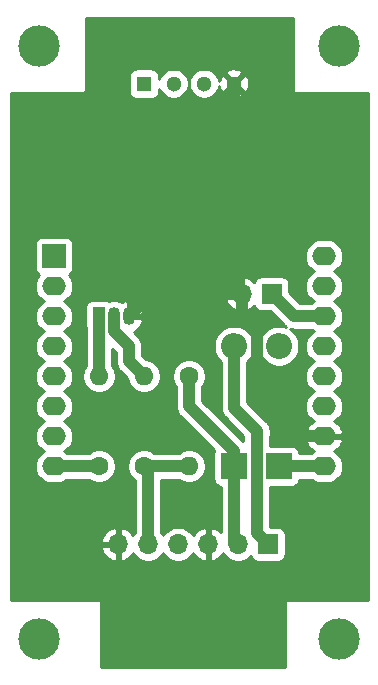
<source format=gbr>
%TF.GenerationSoftware,KiCad,Pcbnew,5.1.9-73d0e3b20d~88~ubuntu20.04.1*%
%TF.CreationDate,2021-02-01T09:35:04+01:00*%
%TF.ProjectId,WemosSlimmemeter,57656d6f-7353-46c6-996d-6d656d657465,V1.0.0.0*%
%TF.SameCoordinates,Original*%
%TF.FileFunction,Copper,L2,Bot*%
%TF.FilePolarity,Positive*%
%FSLAX46Y46*%
G04 Gerber Fmt 4.6, Leading zero omitted, Abs format (unit mm)*
G04 Created by KiCad (PCBNEW 5.1.9-73d0e3b20d~88~ubuntu20.04.1) date 2021-02-01 09:35:04*
%MOMM*%
%LPD*%
G01*
G04 APERTURE LIST*
%TA.AperFunction,ComponentPad*%
%ADD10C,3.500000*%
%TD*%
%TA.AperFunction,ComponentPad*%
%ADD11R,1.300000X1.300000*%
%TD*%
%TA.AperFunction,ComponentPad*%
%ADD12C,1.300000*%
%TD*%
%TA.AperFunction,ComponentPad*%
%ADD13O,1.600000X1.600000*%
%TD*%
%TA.AperFunction,ComponentPad*%
%ADD14C,1.600000*%
%TD*%
%TA.AperFunction,ComponentPad*%
%ADD15O,2.200000X2.200000*%
%TD*%
%TA.AperFunction,ComponentPad*%
%ADD16R,2.200000X2.200000*%
%TD*%
%TA.AperFunction,ComponentPad*%
%ADD17O,1.700000X1.700000*%
%TD*%
%TA.AperFunction,ComponentPad*%
%ADD18R,1.700000X1.700000*%
%TD*%
%TA.AperFunction,ComponentPad*%
%ADD19O,2.000000X1.600000*%
%TD*%
%TA.AperFunction,ComponentPad*%
%ADD20R,2.000000X2.000000*%
%TD*%
%TA.AperFunction,ComponentPad*%
%ADD21R,1.050000X1.500000*%
%TD*%
%TA.AperFunction,ComponentPad*%
%ADD22O,1.050000X1.500000*%
%TD*%
%TA.AperFunction,Conductor*%
%ADD23C,1.000000*%
%TD*%
%TA.AperFunction,Conductor*%
%ADD24C,0.500000*%
%TD*%
%TA.AperFunction,Conductor*%
%ADD25C,0.750000*%
%TD*%
%TA.AperFunction,Conductor*%
%ADD26C,0.254000*%
%TD*%
%TA.AperFunction,Conductor*%
%ADD27C,0.100000*%
%TD*%
G04 APERTURE END LIST*
D10*
%TO.P,REF\u002A\u002A,1*%
%TO.N,N/C*%
X74460500Y-101592500D03*
%TD*%
%TO.P,REF\u002A\u002A,1*%
%TO.N,N/C*%
X99860500Y-101592500D03*
%TD*%
%TO.P,REF\u002A\u002A,1*%
%TO.N,N/C*%
X99860500Y-51427500D03*
%TD*%
%TO.P,REF\u002A\u002A,1*%
%TO.N,N/C*%
X74460500Y-51427500D03*
%TD*%
D11*
%TO.P,J3,1*%
%TO.N,Net-(D1-Pad2)*%
X83350500Y-54602500D03*
D12*
%TO.P,J3,2*%
%TO.N,Net-(J3-Pad2)*%
X85850500Y-54602500D03*
%TO.P,J3,3*%
%TO.N,Net-(J3-Pad3)*%
X88430500Y-54602500D03*
%TO.P,J3,4*%
%TO.N,GND*%
X90970500Y-54602500D03*
%TD*%
D13*
%TO.P,R1,2*%
%TO.N,Net-(Q1-Pad1)*%
X79540500Y-79367500D03*
D14*
%TO.P,R1,1*%
%TO.N,Net-(R1-Pad1)*%
X79540500Y-86987500D03*
%TD*%
D15*
%TO.P,D2,2*%
%TO.N,Net-(D2-Pad2)*%
X90970500Y-76827500D03*
D16*
%TO.P,D2,1*%
%TO.N,+5V*%
X90970500Y-86987500D03*
%TD*%
D15*
%TO.P,D1,2*%
%TO.N,Net-(D1-Pad2)*%
X94780500Y-76827500D03*
D16*
%TO.P,D1,1*%
%TO.N,+5V*%
X94780500Y-86987500D03*
%TD*%
D17*
%TO.P,J2,2*%
%TO.N,GND*%
X91605500Y-72382500D03*
D18*
%TO.P,J2,1*%
%TO.N,Net-(J2-Pad1)*%
X94145500Y-72382500D03*
%TD*%
D19*
%TO.P,U1,16*%
%TO.N,Net-(U1-Pad16)*%
X98590500Y-69207500D03*
%TO.P,U1,15*%
%TO.N,Net-(Q1-Pad1)*%
X98590500Y-71747500D03*
%TO.P,U1,14*%
%TO.N,Net-(J2-Pad1)*%
X98590500Y-74287500D03*
%TO.P,U1,13*%
%TO.N,Net-(U1-Pad13)*%
X98590500Y-76827500D03*
%TO.P,U1,12*%
%TO.N,Net-(U1-Pad12)*%
X98590500Y-79367500D03*
%TO.P,U1,11*%
%TO.N,Net-(U1-Pad11)*%
X98590500Y-81907500D03*
%TO.P,U1,10*%
%TO.N,GND*%
X98590500Y-84447500D03*
%TO.P,U1,9*%
%TO.N,+5V*%
X98590500Y-86987500D03*
%TO.P,U1,8*%
%TO.N,Net-(R1-Pad1)*%
X75730500Y-86987500D03*
%TO.P,U1,7*%
%TO.N,Net-(U1-Pad7)*%
X75730500Y-84447500D03*
%TO.P,U1,6*%
%TO.N,Net-(U1-Pad6)*%
X75730500Y-81907500D03*
%TO.P,U1,5*%
%TO.N,Net-(U1-Pad5)*%
X75730500Y-79367500D03*
%TO.P,U1,4*%
%TO.N,Net-(U1-Pad4)*%
X75730500Y-76827500D03*
%TO.P,U1,3*%
%TO.N,Net-(U1-Pad3)*%
X75730500Y-74287500D03*
D20*
%TO.P,U1,1*%
%TO.N,Net-(U1-Pad1)*%
X75730500Y-69207500D03*
D19*
%TO.P,U1,2*%
%TO.N,Net-(U1-Pad2)*%
X75730500Y-71747500D03*
%TD*%
D13*
%TO.P,R3,2*%
%TO.N,Net-(J1-Pad5)*%
X87160500Y-86987500D03*
D14*
%TO.P,R3,1*%
%TO.N,+5V*%
X87160500Y-79367500D03*
%TD*%
D13*
%TO.P,R2,2*%
%TO.N,Net-(Q1-Pad2)*%
X83350500Y-79367500D03*
D14*
%TO.P,R2,1*%
%TO.N,Net-(J1-Pad5)*%
X83350500Y-86987500D03*
%TD*%
D21*
%TO.P,Q1,1*%
%TO.N,Net-(Q1-Pad1)*%
X79540500Y-74287500D03*
D22*
%TO.P,Q1,3*%
%TO.N,GND*%
X82080500Y-74287500D03*
%TO.P,Q1,2*%
%TO.N,Net-(Q1-Pad2)*%
X80810500Y-74287500D03*
%TD*%
D17*
%TO.P,J1,6*%
%TO.N,GND*%
X81153000Y-93599000D03*
%TO.P,J1,5*%
%TO.N,Net-(J1-Pad5)*%
X83693000Y-93599000D03*
%TO.P,J1,4*%
%TO.N,Net-(J1-Pad4)*%
X86233000Y-93599000D03*
%TO.P,J1,3*%
%TO.N,GND*%
X88773000Y-93599000D03*
%TO.P,J1,2*%
%TO.N,+5V*%
X91313000Y-93599000D03*
D18*
%TO.P,J1,1*%
%TO.N,Net-(D2-Pad2)*%
X93853000Y-93599000D03*
%TD*%
D23*
%TO.N,GND*%
X90970500Y-71747500D02*
X91605500Y-72382500D01*
X90970500Y-54602500D02*
X90970500Y-71747500D01*
X83985500Y-72382500D02*
X82080500Y-74287500D01*
X91605500Y-72382500D02*
X83985500Y-72382500D01*
X92748500Y-80510500D02*
X96685500Y-84447500D01*
X92888200Y-80370800D02*
X92748500Y-80510500D01*
X92888200Y-75481300D02*
X92888200Y-80370800D01*
X91605500Y-74198600D02*
X92888200Y-75481300D01*
X96685500Y-84447500D02*
X98590500Y-84447500D01*
X91605500Y-72382500D02*
X91605500Y-74198600D01*
%TO.N,+5V*%
X98590500Y-86987500D02*
X94780500Y-86987500D01*
X90970500Y-86987500D02*
X90970500Y-85717500D01*
X87160500Y-81907500D02*
X87160500Y-79367500D01*
X90970500Y-85717500D02*
X87160500Y-81907500D01*
X90970500Y-93256500D02*
X90970500Y-86987500D01*
X91313000Y-93599000D02*
X90970500Y-93256500D01*
%TO.N,Net-(Q1-Pad1)*%
X98583000Y-71755000D02*
X98590500Y-71747500D01*
X79540500Y-79367500D02*
X79540500Y-74287500D01*
%TO.N,Net-(Q1-Pad2)*%
X80810500Y-75557500D02*
X80810500Y-74287500D01*
X82080500Y-76827500D02*
X80810500Y-75557500D01*
X82080500Y-78097500D02*
X82080500Y-76827500D01*
X83350500Y-79367500D02*
X82080500Y-78097500D01*
%TO.N,Net-(R1-Pad1)*%
X75730500Y-86987500D02*
X79540500Y-86987500D01*
D24*
%TO.N,Net-(J1-Pad5)*%
X83693000Y-87330000D02*
X83350500Y-86987500D01*
D23*
X83693000Y-93599000D02*
X83693000Y-87330000D01*
X87160500Y-86987500D02*
X83350500Y-86987500D01*
%TO.N,Net-(J2-Pad1)*%
X96050500Y-74287500D02*
X98590500Y-74287500D01*
X94145500Y-72382500D02*
X96050500Y-74287500D01*
%TO.N,Net-(D2-Pad2)*%
X93002500Y-92748500D02*
X93853000Y-93599000D01*
D25*
X92939000Y-92685000D02*
X93002500Y-92748500D01*
D23*
X92888200Y-92634200D02*
X92939000Y-92685000D01*
X92888200Y-84307800D02*
X92888200Y-92634200D01*
X92939000Y-84257000D02*
X92888200Y-84307800D01*
X92939000Y-84257000D02*
X92939000Y-83990300D01*
X90970500Y-82021800D02*
X90970500Y-76827500D01*
X92939000Y-83990300D02*
X90970500Y-82021800D01*
%TD*%
D26*
%TO.N,GND*%
X95923500Y-55237500D02*
X95925940Y-55262276D01*
X95933167Y-55286101D01*
X95944903Y-55308057D01*
X95960697Y-55327303D01*
X95979943Y-55343097D01*
X96001899Y-55354833D01*
X96025724Y-55362060D01*
X96050500Y-55364500D01*
X102273500Y-55364500D01*
X102273500Y-98290500D01*
X95415500Y-98290500D01*
X95390724Y-98292940D01*
X95366899Y-98300167D01*
X95344943Y-98311903D01*
X95325697Y-98327697D01*
X95309903Y-98346943D01*
X95298167Y-98368899D01*
X95290940Y-98392724D01*
X95288500Y-98417500D01*
X95288500Y-104005500D01*
X79667500Y-104005500D01*
X79667500Y-98417500D01*
X79665060Y-98392724D01*
X79657833Y-98368899D01*
X79646097Y-98346943D01*
X79630303Y-98327697D01*
X79611057Y-98311903D01*
X79589101Y-98300167D01*
X79565276Y-98292940D01*
X79540500Y-98290500D01*
X72047500Y-98290500D01*
X72047500Y-93955891D01*
X79711519Y-93955891D01*
X79808843Y-94230252D01*
X79957822Y-94480355D01*
X80152731Y-94696588D01*
X80386080Y-94870641D01*
X80648901Y-94995825D01*
X80796110Y-95040476D01*
X81026000Y-94919155D01*
X81026000Y-93726000D01*
X79832186Y-93726000D01*
X79711519Y-93955891D01*
X72047500Y-93955891D01*
X72047500Y-93242109D01*
X79711519Y-93242109D01*
X79832186Y-93472000D01*
X81026000Y-93472000D01*
X81026000Y-92278845D01*
X81280000Y-92278845D01*
X81280000Y-93472000D01*
X81300000Y-93472000D01*
X81300000Y-93726000D01*
X81280000Y-93726000D01*
X81280000Y-94919155D01*
X81509890Y-95040476D01*
X81657099Y-94995825D01*
X81919920Y-94870641D01*
X82153269Y-94696588D01*
X82348178Y-94480355D01*
X82417805Y-94363466D01*
X82539525Y-94545632D01*
X82746368Y-94752475D01*
X82989589Y-94914990D01*
X83259842Y-95026932D01*
X83546740Y-95084000D01*
X83839260Y-95084000D01*
X84126158Y-95026932D01*
X84396411Y-94914990D01*
X84639632Y-94752475D01*
X84846475Y-94545632D01*
X84963000Y-94371240D01*
X85079525Y-94545632D01*
X85286368Y-94752475D01*
X85529589Y-94914990D01*
X85799842Y-95026932D01*
X86086740Y-95084000D01*
X86379260Y-95084000D01*
X86666158Y-95026932D01*
X86936411Y-94914990D01*
X87179632Y-94752475D01*
X87386475Y-94545632D01*
X87508195Y-94363466D01*
X87577822Y-94480355D01*
X87772731Y-94696588D01*
X88006080Y-94870641D01*
X88268901Y-94995825D01*
X88416110Y-95040476D01*
X88646000Y-94919155D01*
X88646000Y-93726000D01*
X88626000Y-93726000D01*
X88626000Y-93472000D01*
X88646000Y-93472000D01*
X88646000Y-92278845D01*
X88416110Y-92157524D01*
X88268901Y-92202175D01*
X88006080Y-92327359D01*
X87772731Y-92501412D01*
X87577822Y-92717645D01*
X87508195Y-92834534D01*
X87386475Y-92652368D01*
X87179632Y-92445525D01*
X86936411Y-92283010D01*
X86666158Y-92171068D01*
X86379260Y-92114000D01*
X86086740Y-92114000D01*
X85799842Y-92171068D01*
X85529589Y-92283010D01*
X85286368Y-92445525D01*
X85079525Y-92652368D01*
X84963000Y-92826760D01*
X84846475Y-92652368D01*
X84828000Y-92633893D01*
X84828000Y-88122500D01*
X86276216Y-88122500D01*
X86480773Y-88259180D01*
X86741926Y-88367353D01*
X87019165Y-88422500D01*
X87301835Y-88422500D01*
X87579074Y-88367353D01*
X87840227Y-88259180D01*
X88075259Y-88102137D01*
X88275137Y-87902259D01*
X88432180Y-87667227D01*
X88540353Y-87406074D01*
X88595500Y-87128835D01*
X88595500Y-86846165D01*
X88540353Y-86568926D01*
X88432180Y-86307773D01*
X88275137Y-86072741D01*
X88075259Y-85872863D01*
X87840227Y-85715820D01*
X87579074Y-85607647D01*
X87301835Y-85552500D01*
X87019165Y-85552500D01*
X86741926Y-85607647D01*
X86480773Y-85715820D01*
X86276216Y-85852500D01*
X84234784Y-85852500D01*
X84030227Y-85715820D01*
X83769074Y-85607647D01*
X83491835Y-85552500D01*
X83209165Y-85552500D01*
X82931926Y-85607647D01*
X82670773Y-85715820D01*
X82435741Y-85872863D01*
X82235863Y-86072741D01*
X82078820Y-86307773D01*
X81970647Y-86568926D01*
X81915500Y-86846165D01*
X81915500Y-87128835D01*
X81970647Y-87406074D01*
X82078820Y-87667227D01*
X82235863Y-87902259D01*
X82435741Y-88102137D01*
X82558001Y-88183828D01*
X82558000Y-92633893D01*
X82539525Y-92652368D01*
X82417805Y-92834534D01*
X82348178Y-92717645D01*
X82153269Y-92501412D01*
X81919920Y-92327359D01*
X81657099Y-92202175D01*
X81509890Y-92157524D01*
X81280000Y-92278845D01*
X81026000Y-92278845D01*
X80796110Y-92157524D01*
X80648901Y-92202175D01*
X80386080Y-92327359D01*
X80152731Y-92501412D01*
X79957822Y-92717645D01*
X79808843Y-92967748D01*
X79711519Y-93242109D01*
X72047500Y-93242109D01*
X72047500Y-71747500D01*
X74088557Y-71747500D01*
X74116264Y-72028809D01*
X74198318Y-72299308D01*
X74331568Y-72548601D01*
X74510892Y-72767108D01*
X74729399Y-72946432D01*
X74862358Y-73017500D01*
X74729399Y-73088568D01*
X74510892Y-73267892D01*
X74331568Y-73486399D01*
X74198318Y-73735692D01*
X74116264Y-74006191D01*
X74088557Y-74287500D01*
X74116264Y-74568809D01*
X74198318Y-74839308D01*
X74331568Y-75088601D01*
X74510892Y-75307108D01*
X74729399Y-75486432D01*
X74862358Y-75557500D01*
X74729399Y-75628568D01*
X74510892Y-75807892D01*
X74331568Y-76026399D01*
X74198318Y-76275692D01*
X74116264Y-76546191D01*
X74088557Y-76827500D01*
X74116264Y-77108809D01*
X74198318Y-77379308D01*
X74331568Y-77628601D01*
X74510892Y-77847108D01*
X74729399Y-78026432D01*
X74862358Y-78097500D01*
X74729399Y-78168568D01*
X74510892Y-78347892D01*
X74331568Y-78566399D01*
X74198318Y-78815692D01*
X74116264Y-79086191D01*
X74088557Y-79367500D01*
X74116264Y-79648809D01*
X74198318Y-79919308D01*
X74331568Y-80168601D01*
X74510892Y-80387108D01*
X74729399Y-80566432D01*
X74862358Y-80637500D01*
X74729399Y-80708568D01*
X74510892Y-80887892D01*
X74331568Y-81106399D01*
X74198318Y-81355692D01*
X74116264Y-81626191D01*
X74088557Y-81907500D01*
X74116264Y-82188809D01*
X74198318Y-82459308D01*
X74331568Y-82708601D01*
X74510892Y-82927108D01*
X74729399Y-83106432D01*
X74862358Y-83177500D01*
X74729399Y-83248568D01*
X74510892Y-83427892D01*
X74331568Y-83646399D01*
X74198318Y-83895692D01*
X74116264Y-84166191D01*
X74088557Y-84447500D01*
X74116264Y-84728809D01*
X74198318Y-84999308D01*
X74331568Y-85248601D01*
X74510892Y-85467108D01*
X74729399Y-85646432D01*
X74862358Y-85717500D01*
X74729399Y-85788568D01*
X74510892Y-85967892D01*
X74331568Y-86186399D01*
X74198318Y-86435692D01*
X74116264Y-86706191D01*
X74088557Y-86987500D01*
X74116264Y-87268809D01*
X74198318Y-87539308D01*
X74331568Y-87788601D01*
X74510892Y-88007108D01*
X74729399Y-88186432D01*
X74978692Y-88319682D01*
X75249191Y-88401736D01*
X75460008Y-88422500D01*
X76000992Y-88422500D01*
X76211809Y-88401736D01*
X76482308Y-88319682D01*
X76731601Y-88186432D01*
X76809502Y-88122500D01*
X78656216Y-88122500D01*
X78860773Y-88259180D01*
X79121926Y-88367353D01*
X79399165Y-88422500D01*
X79681835Y-88422500D01*
X79959074Y-88367353D01*
X80220227Y-88259180D01*
X80455259Y-88102137D01*
X80655137Y-87902259D01*
X80812180Y-87667227D01*
X80920353Y-87406074D01*
X80975500Y-87128835D01*
X80975500Y-86846165D01*
X80920353Y-86568926D01*
X80812180Y-86307773D01*
X80655137Y-86072741D01*
X80455259Y-85872863D01*
X80220227Y-85715820D01*
X79959074Y-85607647D01*
X79681835Y-85552500D01*
X79399165Y-85552500D01*
X79121926Y-85607647D01*
X78860773Y-85715820D01*
X78656216Y-85852500D01*
X76809502Y-85852500D01*
X76731601Y-85788568D01*
X76598642Y-85717500D01*
X76731601Y-85646432D01*
X76950108Y-85467108D01*
X77129432Y-85248601D01*
X77262682Y-84999308D01*
X77344736Y-84728809D01*
X77372443Y-84447500D01*
X77344736Y-84166191D01*
X77262682Y-83895692D01*
X77129432Y-83646399D01*
X76950108Y-83427892D01*
X76731601Y-83248568D01*
X76598642Y-83177500D01*
X76731601Y-83106432D01*
X76950108Y-82927108D01*
X77129432Y-82708601D01*
X77262682Y-82459308D01*
X77344736Y-82188809D01*
X77372443Y-81907500D01*
X77344736Y-81626191D01*
X77262682Y-81355692D01*
X77129432Y-81106399D01*
X76950108Y-80887892D01*
X76731601Y-80708568D01*
X76598642Y-80637500D01*
X76731601Y-80566432D01*
X76950108Y-80387108D01*
X77129432Y-80168601D01*
X77262682Y-79919308D01*
X77344736Y-79648809D01*
X77372443Y-79367500D01*
X77358523Y-79226165D01*
X78105500Y-79226165D01*
X78105500Y-79508835D01*
X78160647Y-79786074D01*
X78268820Y-80047227D01*
X78425863Y-80282259D01*
X78625741Y-80482137D01*
X78860773Y-80639180D01*
X79121926Y-80747353D01*
X79399165Y-80802500D01*
X79681835Y-80802500D01*
X79959074Y-80747353D01*
X80220227Y-80639180D01*
X80455259Y-80482137D01*
X80655137Y-80282259D01*
X80812180Y-80047227D01*
X80920353Y-79786074D01*
X80975500Y-79508835D01*
X80975500Y-79226165D01*
X80920353Y-78948926D01*
X80812180Y-78687773D01*
X80675500Y-78483216D01*
X80675500Y-77027632D01*
X80945500Y-77297632D01*
X80945500Y-78041749D01*
X80940009Y-78097500D01*
X80945500Y-78153251D01*
X80961923Y-78319998D01*
X81026824Y-78533946D01*
X81132216Y-78731123D01*
X81274051Y-78903949D01*
X81317365Y-78939496D01*
X81922650Y-79544782D01*
X81970647Y-79786074D01*
X82078820Y-80047227D01*
X82235863Y-80282259D01*
X82435741Y-80482137D01*
X82670773Y-80639180D01*
X82931926Y-80747353D01*
X83209165Y-80802500D01*
X83491835Y-80802500D01*
X83769074Y-80747353D01*
X84030227Y-80639180D01*
X84265259Y-80482137D01*
X84465137Y-80282259D01*
X84622180Y-80047227D01*
X84730353Y-79786074D01*
X84785500Y-79508835D01*
X84785500Y-79226165D01*
X85725500Y-79226165D01*
X85725500Y-79508835D01*
X85780647Y-79786074D01*
X85888820Y-80047227D01*
X86025501Y-80251785D01*
X86025500Y-81851748D01*
X86020009Y-81907500D01*
X86036757Y-82077551D01*
X86041923Y-82129998D01*
X86106824Y-82343946D01*
X86212216Y-82541123D01*
X86354051Y-82713949D01*
X86397365Y-82749496D01*
X89284547Y-85636680D01*
X89280998Y-85643320D01*
X89244688Y-85763018D01*
X89232428Y-85887500D01*
X89232428Y-88087500D01*
X89244688Y-88211982D01*
X89280998Y-88331680D01*
X89339963Y-88441994D01*
X89419315Y-88538685D01*
X89516006Y-88618037D01*
X89626320Y-88677002D01*
X89746018Y-88713312D01*
X89835501Y-88722125D01*
X89835500Y-92570452D01*
X89773269Y-92501412D01*
X89539920Y-92327359D01*
X89277099Y-92202175D01*
X89129890Y-92157524D01*
X88900000Y-92278845D01*
X88900000Y-93472000D01*
X88920000Y-93472000D01*
X88920000Y-93726000D01*
X88900000Y-93726000D01*
X88900000Y-94919155D01*
X89129890Y-95040476D01*
X89277099Y-94995825D01*
X89539920Y-94870641D01*
X89773269Y-94696588D01*
X89968178Y-94480355D01*
X90037805Y-94363466D01*
X90159525Y-94545632D01*
X90366368Y-94752475D01*
X90609589Y-94914990D01*
X90879842Y-95026932D01*
X91166740Y-95084000D01*
X91459260Y-95084000D01*
X91746158Y-95026932D01*
X92016411Y-94914990D01*
X92259632Y-94752475D01*
X92391487Y-94620620D01*
X92413498Y-94693180D01*
X92472463Y-94803494D01*
X92551815Y-94900185D01*
X92648506Y-94979537D01*
X92758820Y-95038502D01*
X92878518Y-95074812D01*
X93003000Y-95087072D01*
X94703000Y-95087072D01*
X94827482Y-95074812D01*
X94947180Y-95038502D01*
X95057494Y-94979537D01*
X95154185Y-94900185D01*
X95233537Y-94803494D01*
X95292502Y-94693180D01*
X95328812Y-94573482D01*
X95341072Y-94449000D01*
X95341072Y-92749000D01*
X95328812Y-92624518D01*
X95292502Y-92504820D01*
X95233537Y-92394506D01*
X95154185Y-92297815D01*
X95057494Y-92218463D01*
X94947180Y-92159498D01*
X94827482Y-92123188D01*
X94703000Y-92110928D01*
X94023200Y-92110928D01*
X94023200Y-88725572D01*
X95880500Y-88725572D01*
X96004982Y-88713312D01*
X96124680Y-88677002D01*
X96234994Y-88618037D01*
X96331685Y-88538685D01*
X96411037Y-88441994D01*
X96470002Y-88331680D01*
X96506312Y-88211982D01*
X96515125Y-88122500D01*
X97511498Y-88122500D01*
X97589399Y-88186432D01*
X97838692Y-88319682D01*
X98109191Y-88401736D01*
X98320008Y-88422500D01*
X98860992Y-88422500D01*
X99071809Y-88401736D01*
X99342308Y-88319682D01*
X99591601Y-88186432D01*
X99810108Y-88007108D01*
X99989432Y-87788601D01*
X100122682Y-87539308D01*
X100204736Y-87268809D01*
X100232443Y-86987500D01*
X100204736Y-86706191D01*
X100122682Y-86435692D01*
X99989432Y-86186399D01*
X99810108Y-85967892D01*
X99591601Y-85788568D01*
X99462155Y-85719378D01*
X99479727Y-85711930D01*
X99713162Y-85553173D01*
X99911139Y-85351925D01*
X100066051Y-85115921D01*
X100171944Y-84854230D01*
X100182404Y-84796539D01*
X100060415Y-84574500D01*
X98717500Y-84574500D01*
X98717500Y-84594500D01*
X98463500Y-84594500D01*
X98463500Y-84574500D01*
X97120585Y-84574500D01*
X96998596Y-84796539D01*
X97009056Y-84854230D01*
X97114949Y-85115921D01*
X97269861Y-85351925D01*
X97467838Y-85553173D01*
X97701273Y-85711930D01*
X97718845Y-85719378D01*
X97589399Y-85788568D01*
X97511498Y-85852500D01*
X96515125Y-85852500D01*
X96506312Y-85763018D01*
X96470002Y-85643320D01*
X96411037Y-85533006D01*
X96331685Y-85436315D01*
X96234994Y-85356963D01*
X96124680Y-85297998D01*
X96004982Y-85261688D01*
X95880500Y-85249428D01*
X94023200Y-85249428D01*
X94023200Y-84592824D01*
X94057577Y-84479499D01*
X94074000Y-84312752D01*
X94074000Y-84312751D01*
X94079491Y-84257001D01*
X94074000Y-84201249D01*
X94074000Y-84046041D01*
X94079490Y-83990299D01*
X94074000Y-83934557D01*
X94074000Y-83934549D01*
X94057577Y-83767802D01*
X93992676Y-83553854D01*
X93887284Y-83356677D01*
X93745449Y-83183851D01*
X93702141Y-83148309D01*
X92105500Y-81551669D01*
X92105500Y-78146161D01*
X92318163Y-77933498D01*
X92508037Y-77649331D01*
X92638825Y-77333581D01*
X92705500Y-76998383D01*
X92705500Y-76656617D01*
X92638825Y-76321419D01*
X92508037Y-76005669D01*
X92318163Y-75721502D01*
X92076498Y-75479837D01*
X91792331Y-75289963D01*
X91476581Y-75159175D01*
X91141383Y-75092500D01*
X90799617Y-75092500D01*
X90464419Y-75159175D01*
X90148669Y-75289963D01*
X89864502Y-75479837D01*
X89622837Y-75721502D01*
X89432963Y-76005669D01*
X89302175Y-76321419D01*
X89235500Y-76656617D01*
X89235500Y-76998383D01*
X89302175Y-77333581D01*
X89432963Y-77649331D01*
X89622837Y-77933498D01*
X89835501Y-78146162D01*
X89835500Y-81966048D01*
X89830009Y-82021800D01*
X89835500Y-82077551D01*
X89851923Y-82244298D01*
X89916824Y-82458246D01*
X90022216Y-82655423D01*
X90164051Y-82828249D01*
X90207365Y-82863796D01*
X91753200Y-84409632D01*
X91753200Y-84891561D01*
X91733646Y-84875513D01*
X88295500Y-81437369D01*
X88295500Y-80251784D01*
X88432180Y-80047227D01*
X88540353Y-79786074D01*
X88595500Y-79508835D01*
X88595500Y-79226165D01*
X88540353Y-78948926D01*
X88432180Y-78687773D01*
X88275137Y-78452741D01*
X88075259Y-78252863D01*
X87840227Y-78095820D01*
X87579074Y-77987647D01*
X87301835Y-77932500D01*
X87019165Y-77932500D01*
X86741926Y-77987647D01*
X86480773Y-78095820D01*
X86245741Y-78252863D01*
X86045863Y-78452741D01*
X85888820Y-78687773D01*
X85780647Y-78948926D01*
X85725500Y-79226165D01*
X84785500Y-79226165D01*
X84730353Y-78948926D01*
X84622180Y-78687773D01*
X84465137Y-78452741D01*
X84265259Y-78252863D01*
X84030227Y-78095820D01*
X83769074Y-77987647D01*
X83527782Y-77939650D01*
X83215500Y-77627369D01*
X83215500Y-76883243D01*
X83220990Y-76827499D01*
X83215500Y-76771755D01*
X83215500Y-76771748D01*
X83199077Y-76605001D01*
X83134176Y-76391053D01*
X83028784Y-76193877D01*
X82886949Y-76021051D01*
X82843640Y-75985508D01*
X82470739Y-75612608D01*
X82657382Y-75529775D01*
X82844758Y-75397684D01*
X83002764Y-75231576D01*
X83125328Y-75037834D01*
X83207739Y-74823904D01*
X83246831Y-74598007D01*
X83087098Y-74414500D01*
X82207500Y-74414500D01*
X82207500Y-74434500D01*
X81970500Y-74434500D01*
X81970500Y-74005521D01*
X81953715Y-73835100D01*
X81953500Y-73834391D01*
X81953500Y-73069337D01*
X82207500Y-73069337D01*
X82207500Y-74160500D01*
X83087098Y-74160500D01*
X83246831Y-73976993D01*
X83207739Y-73751096D01*
X83125328Y-73537166D01*
X83002764Y-73343424D01*
X82844758Y-73177316D01*
X82657382Y-73045225D01*
X82447837Y-72952228D01*
X82386310Y-72943536D01*
X82207500Y-73069337D01*
X81953500Y-73069337D01*
X81774690Y-72943536D01*
X81713163Y-72952228D01*
X81503618Y-73045225D01*
X81445169Y-73086429D01*
X81256559Y-72985615D01*
X81037899Y-72919285D01*
X80810500Y-72896888D01*
X80583100Y-72919285D01*
X80374402Y-72982593D01*
X80309680Y-72947998D01*
X80189982Y-72911688D01*
X80065500Y-72899428D01*
X79015500Y-72899428D01*
X78891018Y-72911688D01*
X78771320Y-72947998D01*
X78661006Y-73006963D01*
X78564315Y-73086315D01*
X78484963Y-73183006D01*
X78425998Y-73293320D01*
X78389688Y-73413018D01*
X78377428Y-73537500D01*
X78377428Y-75037500D01*
X78389688Y-75161982D01*
X78405501Y-75214110D01*
X78405500Y-78483216D01*
X78268820Y-78687773D01*
X78160647Y-78948926D01*
X78105500Y-79226165D01*
X77358523Y-79226165D01*
X77344736Y-79086191D01*
X77262682Y-78815692D01*
X77129432Y-78566399D01*
X76950108Y-78347892D01*
X76731601Y-78168568D01*
X76598642Y-78097500D01*
X76731601Y-78026432D01*
X76950108Y-77847108D01*
X77129432Y-77628601D01*
X77262682Y-77379308D01*
X77344736Y-77108809D01*
X77372443Y-76827500D01*
X77344736Y-76546191D01*
X77262682Y-76275692D01*
X77129432Y-76026399D01*
X76950108Y-75807892D01*
X76731601Y-75628568D01*
X76598642Y-75557500D01*
X76731601Y-75486432D01*
X76950108Y-75307108D01*
X77129432Y-75088601D01*
X77262682Y-74839308D01*
X77344736Y-74568809D01*
X77372443Y-74287500D01*
X77344736Y-74006191D01*
X77262682Y-73735692D01*
X77129432Y-73486399D01*
X76950108Y-73267892D01*
X76731601Y-73088568D01*
X76598642Y-73017500D01*
X76731601Y-72946432D01*
X76950108Y-72767108D01*
X76972854Y-72739391D01*
X90164019Y-72739391D01*
X90261343Y-73013752D01*
X90410322Y-73263855D01*
X90605231Y-73480088D01*
X90838580Y-73654141D01*
X91101401Y-73779325D01*
X91248610Y-73823976D01*
X91478500Y-73702655D01*
X91478500Y-72509500D01*
X90284686Y-72509500D01*
X90164019Y-72739391D01*
X76972854Y-72739391D01*
X77129432Y-72548601D01*
X77262682Y-72299308D01*
X77344736Y-72028809D01*
X77345051Y-72025609D01*
X90164019Y-72025609D01*
X90284686Y-72255500D01*
X91478500Y-72255500D01*
X91478500Y-71062345D01*
X91732500Y-71062345D01*
X91732500Y-72255500D01*
X91752500Y-72255500D01*
X91752500Y-72509500D01*
X91732500Y-72509500D01*
X91732500Y-73702655D01*
X91962390Y-73823976D01*
X92109599Y-73779325D01*
X92372420Y-73654141D01*
X92605769Y-73480088D01*
X92681534Y-73396034D01*
X92705998Y-73476680D01*
X92764963Y-73586994D01*
X92844315Y-73683685D01*
X92941006Y-73763037D01*
X93051320Y-73822002D01*
X93171018Y-73858312D01*
X93295500Y-73870572D01*
X94028441Y-73870572D01*
X95208509Y-75050641D01*
X95244051Y-75093949D01*
X95361181Y-75190075D01*
X95286581Y-75159175D01*
X94951383Y-75092500D01*
X94609617Y-75092500D01*
X94274419Y-75159175D01*
X93958669Y-75289963D01*
X93674502Y-75479837D01*
X93432837Y-75721502D01*
X93242963Y-76005669D01*
X93112175Y-76321419D01*
X93045500Y-76656617D01*
X93045500Y-76998383D01*
X93112175Y-77333581D01*
X93242963Y-77649331D01*
X93432837Y-77933498D01*
X93674502Y-78175163D01*
X93958669Y-78365037D01*
X94274419Y-78495825D01*
X94609617Y-78562500D01*
X94951383Y-78562500D01*
X95286581Y-78495825D01*
X95602331Y-78365037D01*
X95886498Y-78175163D01*
X96128163Y-77933498D01*
X96318037Y-77649331D01*
X96448825Y-77333581D01*
X96515500Y-76998383D01*
X96515500Y-76656617D01*
X96448825Y-76321419D01*
X96318037Y-76005669D01*
X96128163Y-75721502D01*
X95886498Y-75479837D01*
X95732960Y-75377246D01*
X95828001Y-75406077D01*
X95900973Y-75413264D01*
X96050500Y-75427991D01*
X96106252Y-75422500D01*
X97511498Y-75422500D01*
X97589399Y-75486432D01*
X97722358Y-75557500D01*
X97589399Y-75628568D01*
X97370892Y-75807892D01*
X97191568Y-76026399D01*
X97058318Y-76275692D01*
X96976264Y-76546191D01*
X96948557Y-76827500D01*
X96976264Y-77108809D01*
X97058318Y-77379308D01*
X97191568Y-77628601D01*
X97370892Y-77847108D01*
X97589399Y-78026432D01*
X97722358Y-78097500D01*
X97589399Y-78168568D01*
X97370892Y-78347892D01*
X97191568Y-78566399D01*
X97058318Y-78815692D01*
X96976264Y-79086191D01*
X96948557Y-79367500D01*
X96976264Y-79648809D01*
X97058318Y-79919308D01*
X97191568Y-80168601D01*
X97370892Y-80387108D01*
X97589399Y-80566432D01*
X97722358Y-80637500D01*
X97589399Y-80708568D01*
X97370892Y-80887892D01*
X97191568Y-81106399D01*
X97058318Y-81355692D01*
X96976264Y-81626191D01*
X96948557Y-81907500D01*
X96976264Y-82188809D01*
X97058318Y-82459308D01*
X97191568Y-82708601D01*
X97370892Y-82927108D01*
X97589399Y-83106432D01*
X97718845Y-83175622D01*
X97701273Y-83183070D01*
X97467838Y-83341827D01*
X97269861Y-83543075D01*
X97114949Y-83779079D01*
X97009056Y-84040770D01*
X96998596Y-84098461D01*
X97120585Y-84320500D01*
X98463500Y-84320500D01*
X98463500Y-84300500D01*
X98717500Y-84300500D01*
X98717500Y-84320500D01*
X100060415Y-84320500D01*
X100182404Y-84098461D01*
X100171944Y-84040770D01*
X100066051Y-83779079D01*
X99911139Y-83543075D01*
X99713162Y-83341827D01*
X99479727Y-83183070D01*
X99462155Y-83175622D01*
X99591601Y-83106432D01*
X99810108Y-82927108D01*
X99989432Y-82708601D01*
X100122682Y-82459308D01*
X100204736Y-82188809D01*
X100232443Y-81907500D01*
X100204736Y-81626191D01*
X100122682Y-81355692D01*
X99989432Y-81106399D01*
X99810108Y-80887892D01*
X99591601Y-80708568D01*
X99458642Y-80637500D01*
X99591601Y-80566432D01*
X99810108Y-80387108D01*
X99989432Y-80168601D01*
X100122682Y-79919308D01*
X100204736Y-79648809D01*
X100232443Y-79367500D01*
X100204736Y-79086191D01*
X100122682Y-78815692D01*
X99989432Y-78566399D01*
X99810108Y-78347892D01*
X99591601Y-78168568D01*
X99458642Y-78097500D01*
X99591601Y-78026432D01*
X99810108Y-77847108D01*
X99989432Y-77628601D01*
X100122682Y-77379308D01*
X100204736Y-77108809D01*
X100232443Y-76827500D01*
X100204736Y-76546191D01*
X100122682Y-76275692D01*
X99989432Y-76026399D01*
X99810108Y-75807892D01*
X99591601Y-75628568D01*
X99458642Y-75557500D01*
X99591601Y-75486432D01*
X99810108Y-75307108D01*
X99989432Y-75088601D01*
X100122682Y-74839308D01*
X100204736Y-74568809D01*
X100232443Y-74287500D01*
X100204736Y-74006191D01*
X100122682Y-73735692D01*
X99989432Y-73486399D01*
X99810108Y-73267892D01*
X99591601Y-73088568D01*
X99458642Y-73017500D01*
X99591601Y-72946432D01*
X99810108Y-72767108D01*
X99989432Y-72548601D01*
X100122682Y-72299308D01*
X100204736Y-72028809D01*
X100232443Y-71747500D01*
X100204736Y-71466191D01*
X100122682Y-71195692D01*
X99989432Y-70946399D01*
X99810108Y-70727892D01*
X99591601Y-70548568D01*
X99458642Y-70477500D01*
X99591601Y-70406432D01*
X99810108Y-70227108D01*
X99989432Y-70008601D01*
X100122682Y-69759308D01*
X100204736Y-69488809D01*
X100232443Y-69207500D01*
X100204736Y-68926191D01*
X100122682Y-68655692D01*
X99989432Y-68406399D01*
X99810108Y-68187892D01*
X99591601Y-68008568D01*
X99342308Y-67875318D01*
X99071809Y-67793264D01*
X98860992Y-67772500D01*
X98320008Y-67772500D01*
X98109191Y-67793264D01*
X97838692Y-67875318D01*
X97589399Y-68008568D01*
X97370892Y-68187892D01*
X97191568Y-68406399D01*
X97058318Y-68655692D01*
X96976264Y-68926191D01*
X96948557Y-69207500D01*
X96976264Y-69488809D01*
X97058318Y-69759308D01*
X97191568Y-70008601D01*
X97370892Y-70227108D01*
X97589399Y-70406432D01*
X97722358Y-70477500D01*
X97589399Y-70548568D01*
X97370892Y-70727892D01*
X97191568Y-70946399D01*
X97058318Y-71195692D01*
X96976264Y-71466191D01*
X96948557Y-71747500D01*
X96976264Y-72028809D01*
X97058318Y-72299308D01*
X97191568Y-72548601D01*
X97370892Y-72767108D01*
X97589399Y-72946432D01*
X97722358Y-73017500D01*
X97589399Y-73088568D01*
X97511498Y-73152500D01*
X96520632Y-73152500D01*
X95633572Y-72265441D01*
X95633572Y-71532500D01*
X95621312Y-71408018D01*
X95585002Y-71288320D01*
X95526037Y-71178006D01*
X95446685Y-71081315D01*
X95349994Y-71001963D01*
X95239680Y-70942998D01*
X95119982Y-70906688D01*
X94995500Y-70894428D01*
X93295500Y-70894428D01*
X93171018Y-70906688D01*
X93051320Y-70942998D01*
X92941006Y-71001963D01*
X92844315Y-71081315D01*
X92764963Y-71178006D01*
X92705998Y-71288320D01*
X92681534Y-71368966D01*
X92605769Y-71284912D01*
X92372420Y-71110859D01*
X92109599Y-70985675D01*
X91962390Y-70941024D01*
X91732500Y-71062345D01*
X91478500Y-71062345D01*
X91248610Y-70941024D01*
X91101401Y-70985675D01*
X90838580Y-71110859D01*
X90605231Y-71284912D01*
X90410322Y-71501145D01*
X90261343Y-71751248D01*
X90164019Y-72025609D01*
X77345051Y-72025609D01*
X77372443Y-71747500D01*
X77344736Y-71466191D01*
X77262682Y-71195692D01*
X77129432Y-70946399D01*
X76997024Y-70785059D01*
X77084994Y-70738037D01*
X77181685Y-70658685D01*
X77261037Y-70561994D01*
X77320002Y-70451680D01*
X77356312Y-70331982D01*
X77368572Y-70207500D01*
X77368572Y-68207500D01*
X77356312Y-68083018D01*
X77320002Y-67963320D01*
X77261037Y-67853006D01*
X77181685Y-67756315D01*
X77084994Y-67676963D01*
X76974680Y-67617998D01*
X76854982Y-67581688D01*
X76730500Y-67569428D01*
X74730500Y-67569428D01*
X74606018Y-67581688D01*
X74486320Y-67617998D01*
X74376006Y-67676963D01*
X74279315Y-67756315D01*
X74199963Y-67853006D01*
X74140998Y-67963320D01*
X74104688Y-68083018D01*
X74092428Y-68207500D01*
X74092428Y-70207500D01*
X74104688Y-70331982D01*
X74140998Y-70451680D01*
X74199963Y-70561994D01*
X74279315Y-70658685D01*
X74376006Y-70738037D01*
X74463976Y-70785059D01*
X74331568Y-70946399D01*
X74198318Y-71195692D01*
X74116264Y-71466191D01*
X74088557Y-71747500D01*
X72047500Y-71747500D01*
X72047500Y-55364500D01*
X78270500Y-55364500D01*
X78295276Y-55362060D01*
X78319101Y-55354833D01*
X78341057Y-55343097D01*
X78360303Y-55327303D01*
X78376097Y-55308057D01*
X78387833Y-55286101D01*
X78395060Y-55262276D01*
X78397500Y-55237500D01*
X78397500Y-53952500D01*
X82062428Y-53952500D01*
X82062428Y-55252500D01*
X82074688Y-55376982D01*
X82110998Y-55496680D01*
X82169963Y-55606994D01*
X82249315Y-55703685D01*
X82346006Y-55783037D01*
X82456320Y-55842002D01*
X82576018Y-55878312D01*
X82700500Y-55890572D01*
X84000500Y-55890572D01*
X84124982Y-55878312D01*
X84244680Y-55842002D01*
X84354994Y-55783037D01*
X84451685Y-55703685D01*
X84531037Y-55606994D01*
X84590002Y-55496680D01*
X84626312Y-55376982D01*
X84638572Y-55252500D01*
X84638572Y-55034516D01*
X84711747Y-55211176D01*
X84852375Y-55421640D01*
X85031360Y-55600625D01*
X85241824Y-55741253D01*
X85475679Y-55838119D01*
X85723939Y-55887500D01*
X85977061Y-55887500D01*
X86225321Y-55838119D01*
X86459176Y-55741253D01*
X86669640Y-55600625D01*
X86848625Y-55421640D01*
X86989253Y-55211176D01*
X87086119Y-54977321D01*
X87135500Y-54729061D01*
X87135500Y-54475939D01*
X87145500Y-54475939D01*
X87145500Y-54729061D01*
X87194881Y-54977321D01*
X87291747Y-55211176D01*
X87432375Y-55421640D01*
X87611360Y-55600625D01*
X87821824Y-55741253D01*
X88055679Y-55838119D01*
X88303939Y-55887500D01*
X88557061Y-55887500D01*
X88805321Y-55838119D01*
X89039176Y-55741253D01*
X89249640Y-55600625D01*
X89362238Y-55488027D01*
X90264578Y-55488027D01*
X90317966Y-55716701D01*
X90547874Y-55822595D01*
X90794024Y-55881602D01*
X91046955Y-55891452D01*
X91296949Y-55851770D01*
X91534396Y-55764078D01*
X91623034Y-55716701D01*
X91676422Y-55488027D01*
X90970500Y-54782105D01*
X90264578Y-55488027D01*
X89362238Y-55488027D01*
X89428625Y-55421640D01*
X89569253Y-55211176D01*
X89666119Y-54977321D01*
X89701040Y-54801756D01*
X89721230Y-54928949D01*
X89808922Y-55166396D01*
X89856299Y-55255034D01*
X90084973Y-55308422D01*
X90790895Y-54602500D01*
X91150105Y-54602500D01*
X91856027Y-55308422D01*
X92084701Y-55255034D01*
X92190595Y-55025126D01*
X92249602Y-54778976D01*
X92259452Y-54526045D01*
X92219770Y-54276051D01*
X92132078Y-54038604D01*
X92084701Y-53949966D01*
X91856027Y-53896578D01*
X91150105Y-54602500D01*
X90790895Y-54602500D01*
X90084973Y-53896578D01*
X89856299Y-53949966D01*
X89750405Y-54179874D01*
X89699144Y-54393711D01*
X89666119Y-54227679D01*
X89569253Y-53993824D01*
X89428625Y-53783360D01*
X89362238Y-53716973D01*
X90264578Y-53716973D01*
X90970500Y-54422895D01*
X91676422Y-53716973D01*
X91623034Y-53488299D01*
X91393126Y-53382405D01*
X91146976Y-53323398D01*
X90894045Y-53313548D01*
X90644051Y-53353230D01*
X90406604Y-53440922D01*
X90317966Y-53488299D01*
X90264578Y-53716973D01*
X89362238Y-53716973D01*
X89249640Y-53604375D01*
X89039176Y-53463747D01*
X88805321Y-53366881D01*
X88557061Y-53317500D01*
X88303939Y-53317500D01*
X88055679Y-53366881D01*
X87821824Y-53463747D01*
X87611360Y-53604375D01*
X87432375Y-53783360D01*
X87291747Y-53993824D01*
X87194881Y-54227679D01*
X87145500Y-54475939D01*
X87135500Y-54475939D01*
X87086119Y-54227679D01*
X86989253Y-53993824D01*
X86848625Y-53783360D01*
X86669640Y-53604375D01*
X86459176Y-53463747D01*
X86225321Y-53366881D01*
X85977061Y-53317500D01*
X85723939Y-53317500D01*
X85475679Y-53366881D01*
X85241824Y-53463747D01*
X85031360Y-53604375D01*
X84852375Y-53783360D01*
X84711747Y-53993824D01*
X84638572Y-54170484D01*
X84638572Y-53952500D01*
X84626312Y-53828018D01*
X84590002Y-53708320D01*
X84531037Y-53598006D01*
X84451685Y-53501315D01*
X84354994Y-53421963D01*
X84244680Y-53362998D01*
X84124982Y-53326688D01*
X84000500Y-53314428D01*
X82700500Y-53314428D01*
X82576018Y-53326688D01*
X82456320Y-53362998D01*
X82346006Y-53421963D01*
X82249315Y-53501315D01*
X82169963Y-53598006D01*
X82110998Y-53708320D01*
X82074688Y-53828018D01*
X82062428Y-53952500D01*
X78397500Y-53952500D01*
X78397500Y-49014500D01*
X95923500Y-49014500D01*
X95923500Y-55237500D01*
%TA.AperFunction,Conductor*%
D27*
G36*
X95923500Y-55237500D02*
G01*
X95925940Y-55262276D01*
X95933167Y-55286101D01*
X95944903Y-55308057D01*
X95960697Y-55327303D01*
X95979943Y-55343097D01*
X96001899Y-55354833D01*
X96025724Y-55362060D01*
X96050500Y-55364500D01*
X102273500Y-55364500D01*
X102273500Y-98290500D01*
X95415500Y-98290500D01*
X95390724Y-98292940D01*
X95366899Y-98300167D01*
X95344943Y-98311903D01*
X95325697Y-98327697D01*
X95309903Y-98346943D01*
X95298167Y-98368899D01*
X95290940Y-98392724D01*
X95288500Y-98417500D01*
X95288500Y-104005500D01*
X79667500Y-104005500D01*
X79667500Y-98417500D01*
X79665060Y-98392724D01*
X79657833Y-98368899D01*
X79646097Y-98346943D01*
X79630303Y-98327697D01*
X79611057Y-98311903D01*
X79589101Y-98300167D01*
X79565276Y-98292940D01*
X79540500Y-98290500D01*
X72047500Y-98290500D01*
X72047500Y-93955891D01*
X79711519Y-93955891D01*
X79808843Y-94230252D01*
X79957822Y-94480355D01*
X80152731Y-94696588D01*
X80386080Y-94870641D01*
X80648901Y-94995825D01*
X80796110Y-95040476D01*
X81026000Y-94919155D01*
X81026000Y-93726000D01*
X79832186Y-93726000D01*
X79711519Y-93955891D01*
X72047500Y-93955891D01*
X72047500Y-93242109D01*
X79711519Y-93242109D01*
X79832186Y-93472000D01*
X81026000Y-93472000D01*
X81026000Y-92278845D01*
X81280000Y-92278845D01*
X81280000Y-93472000D01*
X81300000Y-93472000D01*
X81300000Y-93726000D01*
X81280000Y-93726000D01*
X81280000Y-94919155D01*
X81509890Y-95040476D01*
X81657099Y-94995825D01*
X81919920Y-94870641D01*
X82153269Y-94696588D01*
X82348178Y-94480355D01*
X82417805Y-94363466D01*
X82539525Y-94545632D01*
X82746368Y-94752475D01*
X82989589Y-94914990D01*
X83259842Y-95026932D01*
X83546740Y-95084000D01*
X83839260Y-95084000D01*
X84126158Y-95026932D01*
X84396411Y-94914990D01*
X84639632Y-94752475D01*
X84846475Y-94545632D01*
X84963000Y-94371240D01*
X85079525Y-94545632D01*
X85286368Y-94752475D01*
X85529589Y-94914990D01*
X85799842Y-95026932D01*
X86086740Y-95084000D01*
X86379260Y-95084000D01*
X86666158Y-95026932D01*
X86936411Y-94914990D01*
X87179632Y-94752475D01*
X87386475Y-94545632D01*
X87508195Y-94363466D01*
X87577822Y-94480355D01*
X87772731Y-94696588D01*
X88006080Y-94870641D01*
X88268901Y-94995825D01*
X88416110Y-95040476D01*
X88646000Y-94919155D01*
X88646000Y-93726000D01*
X88626000Y-93726000D01*
X88626000Y-93472000D01*
X88646000Y-93472000D01*
X88646000Y-92278845D01*
X88416110Y-92157524D01*
X88268901Y-92202175D01*
X88006080Y-92327359D01*
X87772731Y-92501412D01*
X87577822Y-92717645D01*
X87508195Y-92834534D01*
X87386475Y-92652368D01*
X87179632Y-92445525D01*
X86936411Y-92283010D01*
X86666158Y-92171068D01*
X86379260Y-92114000D01*
X86086740Y-92114000D01*
X85799842Y-92171068D01*
X85529589Y-92283010D01*
X85286368Y-92445525D01*
X85079525Y-92652368D01*
X84963000Y-92826760D01*
X84846475Y-92652368D01*
X84828000Y-92633893D01*
X84828000Y-88122500D01*
X86276216Y-88122500D01*
X86480773Y-88259180D01*
X86741926Y-88367353D01*
X87019165Y-88422500D01*
X87301835Y-88422500D01*
X87579074Y-88367353D01*
X87840227Y-88259180D01*
X88075259Y-88102137D01*
X88275137Y-87902259D01*
X88432180Y-87667227D01*
X88540353Y-87406074D01*
X88595500Y-87128835D01*
X88595500Y-86846165D01*
X88540353Y-86568926D01*
X88432180Y-86307773D01*
X88275137Y-86072741D01*
X88075259Y-85872863D01*
X87840227Y-85715820D01*
X87579074Y-85607647D01*
X87301835Y-85552500D01*
X87019165Y-85552500D01*
X86741926Y-85607647D01*
X86480773Y-85715820D01*
X86276216Y-85852500D01*
X84234784Y-85852500D01*
X84030227Y-85715820D01*
X83769074Y-85607647D01*
X83491835Y-85552500D01*
X83209165Y-85552500D01*
X82931926Y-85607647D01*
X82670773Y-85715820D01*
X82435741Y-85872863D01*
X82235863Y-86072741D01*
X82078820Y-86307773D01*
X81970647Y-86568926D01*
X81915500Y-86846165D01*
X81915500Y-87128835D01*
X81970647Y-87406074D01*
X82078820Y-87667227D01*
X82235863Y-87902259D01*
X82435741Y-88102137D01*
X82558001Y-88183828D01*
X82558000Y-92633893D01*
X82539525Y-92652368D01*
X82417805Y-92834534D01*
X82348178Y-92717645D01*
X82153269Y-92501412D01*
X81919920Y-92327359D01*
X81657099Y-92202175D01*
X81509890Y-92157524D01*
X81280000Y-92278845D01*
X81026000Y-92278845D01*
X80796110Y-92157524D01*
X80648901Y-92202175D01*
X80386080Y-92327359D01*
X80152731Y-92501412D01*
X79957822Y-92717645D01*
X79808843Y-92967748D01*
X79711519Y-93242109D01*
X72047500Y-93242109D01*
X72047500Y-71747500D01*
X74088557Y-71747500D01*
X74116264Y-72028809D01*
X74198318Y-72299308D01*
X74331568Y-72548601D01*
X74510892Y-72767108D01*
X74729399Y-72946432D01*
X74862358Y-73017500D01*
X74729399Y-73088568D01*
X74510892Y-73267892D01*
X74331568Y-73486399D01*
X74198318Y-73735692D01*
X74116264Y-74006191D01*
X74088557Y-74287500D01*
X74116264Y-74568809D01*
X74198318Y-74839308D01*
X74331568Y-75088601D01*
X74510892Y-75307108D01*
X74729399Y-75486432D01*
X74862358Y-75557500D01*
X74729399Y-75628568D01*
X74510892Y-75807892D01*
X74331568Y-76026399D01*
X74198318Y-76275692D01*
X74116264Y-76546191D01*
X74088557Y-76827500D01*
X74116264Y-77108809D01*
X74198318Y-77379308D01*
X74331568Y-77628601D01*
X74510892Y-77847108D01*
X74729399Y-78026432D01*
X74862358Y-78097500D01*
X74729399Y-78168568D01*
X74510892Y-78347892D01*
X74331568Y-78566399D01*
X74198318Y-78815692D01*
X74116264Y-79086191D01*
X74088557Y-79367500D01*
X74116264Y-79648809D01*
X74198318Y-79919308D01*
X74331568Y-80168601D01*
X74510892Y-80387108D01*
X74729399Y-80566432D01*
X74862358Y-80637500D01*
X74729399Y-80708568D01*
X74510892Y-80887892D01*
X74331568Y-81106399D01*
X74198318Y-81355692D01*
X74116264Y-81626191D01*
X74088557Y-81907500D01*
X74116264Y-82188809D01*
X74198318Y-82459308D01*
X74331568Y-82708601D01*
X74510892Y-82927108D01*
X74729399Y-83106432D01*
X74862358Y-83177500D01*
X74729399Y-83248568D01*
X74510892Y-83427892D01*
X74331568Y-83646399D01*
X74198318Y-83895692D01*
X74116264Y-84166191D01*
X74088557Y-84447500D01*
X74116264Y-84728809D01*
X74198318Y-84999308D01*
X74331568Y-85248601D01*
X74510892Y-85467108D01*
X74729399Y-85646432D01*
X74862358Y-85717500D01*
X74729399Y-85788568D01*
X74510892Y-85967892D01*
X74331568Y-86186399D01*
X74198318Y-86435692D01*
X74116264Y-86706191D01*
X74088557Y-86987500D01*
X74116264Y-87268809D01*
X74198318Y-87539308D01*
X74331568Y-87788601D01*
X74510892Y-88007108D01*
X74729399Y-88186432D01*
X74978692Y-88319682D01*
X75249191Y-88401736D01*
X75460008Y-88422500D01*
X76000992Y-88422500D01*
X76211809Y-88401736D01*
X76482308Y-88319682D01*
X76731601Y-88186432D01*
X76809502Y-88122500D01*
X78656216Y-88122500D01*
X78860773Y-88259180D01*
X79121926Y-88367353D01*
X79399165Y-88422500D01*
X79681835Y-88422500D01*
X79959074Y-88367353D01*
X80220227Y-88259180D01*
X80455259Y-88102137D01*
X80655137Y-87902259D01*
X80812180Y-87667227D01*
X80920353Y-87406074D01*
X80975500Y-87128835D01*
X80975500Y-86846165D01*
X80920353Y-86568926D01*
X80812180Y-86307773D01*
X80655137Y-86072741D01*
X80455259Y-85872863D01*
X80220227Y-85715820D01*
X79959074Y-85607647D01*
X79681835Y-85552500D01*
X79399165Y-85552500D01*
X79121926Y-85607647D01*
X78860773Y-85715820D01*
X78656216Y-85852500D01*
X76809502Y-85852500D01*
X76731601Y-85788568D01*
X76598642Y-85717500D01*
X76731601Y-85646432D01*
X76950108Y-85467108D01*
X77129432Y-85248601D01*
X77262682Y-84999308D01*
X77344736Y-84728809D01*
X77372443Y-84447500D01*
X77344736Y-84166191D01*
X77262682Y-83895692D01*
X77129432Y-83646399D01*
X76950108Y-83427892D01*
X76731601Y-83248568D01*
X76598642Y-83177500D01*
X76731601Y-83106432D01*
X76950108Y-82927108D01*
X77129432Y-82708601D01*
X77262682Y-82459308D01*
X77344736Y-82188809D01*
X77372443Y-81907500D01*
X77344736Y-81626191D01*
X77262682Y-81355692D01*
X77129432Y-81106399D01*
X76950108Y-80887892D01*
X76731601Y-80708568D01*
X76598642Y-80637500D01*
X76731601Y-80566432D01*
X76950108Y-80387108D01*
X77129432Y-80168601D01*
X77262682Y-79919308D01*
X77344736Y-79648809D01*
X77372443Y-79367500D01*
X77358523Y-79226165D01*
X78105500Y-79226165D01*
X78105500Y-79508835D01*
X78160647Y-79786074D01*
X78268820Y-80047227D01*
X78425863Y-80282259D01*
X78625741Y-80482137D01*
X78860773Y-80639180D01*
X79121926Y-80747353D01*
X79399165Y-80802500D01*
X79681835Y-80802500D01*
X79959074Y-80747353D01*
X80220227Y-80639180D01*
X80455259Y-80482137D01*
X80655137Y-80282259D01*
X80812180Y-80047227D01*
X80920353Y-79786074D01*
X80975500Y-79508835D01*
X80975500Y-79226165D01*
X80920353Y-78948926D01*
X80812180Y-78687773D01*
X80675500Y-78483216D01*
X80675500Y-77027632D01*
X80945500Y-77297632D01*
X80945500Y-78041749D01*
X80940009Y-78097500D01*
X80945500Y-78153251D01*
X80961923Y-78319998D01*
X81026824Y-78533946D01*
X81132216Y-78731123D01*
X81274051Y-78903949D01*
X81317365Y-78939496D01*
X81922650Y-79544782D01*
X81970647Y-79786074D01*
X82078820Y-80047227D01*
X82235863Y-80282259D01*
X82435741Y-80482137D01*
X82670773Y-80639180D01*
X82931926Y-80747353D01*
X83209165Y-80802500D01*
X83491835Y-80802500D01*
X83769074Y-80747353D01*
X84030227Y-80639180D01*
X84265259Y-80482137D01*
X84465137Y-80282259D01*
X84622180Y-80047227D01*
X84730353Y-79786074D01*
X84785500Y-79508835D01*
X84785500Y-79226165D01*
X85725500Y-79226165D01*
X85725500Y-79508835D01*
X85780647Y-79786074D01*
X85888820Y-80047227D01*
X86025501Y-80251785D01*
X86025500Y-81851748D01*
X86020009Y-81907500D01*
X86036757Y-82077551D01*
X86041923Y-82129998D01*
X86106824Y-82343946D01*
X86212216Y-82541123D01*
X86354051Y-82713949D01*
X86397365Y-82749496D01*
X89284547Y-85636680D01*
X89280998Y-85643320D01*
X89244688Y-85763018D01*
X89232428Y-85887500D01*
X89232428Y-88087500D01*
X89244688Y-88211982D01*
X89280998Y-88331680D01*
X89339963Y-88441994D01*
X89419315Y-88538685D01*
X89516006Y-88618037D01*
X89626320Y-88677002D01*
X89746018Y-88713312D01*
X89835501Y-88722125D01*
X89835500Y-92570452D01*
X89773269Y-92501412D01*
X89539920Y-92327359D01*
X89277099Y-92202175D01*
X89129890Y-92157524D01*
X88900000Y-92278845D01*
X88900000Y-93472000D01*
X88920000Y-93472000D01*
X88920000Y-93726000D01*
X88900000Y-93726000D01*
X88900000Y-94919155D01*
X89129890Y-95040476D01*
X89277099Y-94995825D01*
X89539920Y-94870641D01*
X89773269Y-94696588D01*
X89968178Y-94480355D01*
X90037805Y-94363466D01*
X90159525Y-94545632D01*
X90366368Y-94752475D01*
X90609589Y-94914990D01*
X90879842Y-95026932D01*
X91166740Y-95084000D01*
X91459260Y-95084000D01*
X91746158Y-95026932D01*
X92016411Y-94914990D01*
X92259632Y-94752475D01*
X92391487Y-94620620D01*
X92413498Y-94693180D01*
X92472463Y-94803494D01*
X92551815Y-94900185D01*
X92648506Y-94979537D01*
X92758820Y-95038502D01*
X92878518Y-95074812D01*
X93003000Y-95087072D01*
X94703000Y-95087072D01*
X94827482Y-95074812D01*
X94947180Y-95038502D01*
X95057494Y-94979537D01*
X95154185Y-94900185D01*
X95233537Y-94803494D01*
X95292502Y-94693180D01*
X95328812Y-94573482D01*
X95341072Y-94449000D01*
X95341072Y-92749000D01*
X95328812Y-92624518D01*
X95292502Y-92504820D01*
X95233537Y-92394506D01*
X95154185Y-92297815D01*
X95057494Y-92218463D01*
X94947180Y-92159498D01*
X94827482Y-92123188D01*
X94703000Y-92110928D01*
X94023200Y-92110928D01*
X94023200Y-88725572D01*
X95880500Y-88725572D01*
X96004982Y-88713312D01*
X96124680Y-88677002D01*
X96234994Y-88618037D01*
X96331685Y-88538685D01*
X96411037Y-88441994D01*
X96470002Y-88331680D01*
X96506312Y-88211982D01*
X96515125Y-88122500D01*
X97511498Y-88122500D01*
X97589399Y-88186432D01*
X97838692Y-88319682D01*
X98109191Y-88401736D01*
X98320008Y-88422500D01*
X98860992Y-88422500D01*
X99071809Y-88401736D01*
X99342308Y-88319682D01*
X99591601Y-88186432D01*
X99810108Y-88007108D01*
X99989432Y-87788601D01*
X100122682Y-87539308D01*
X100204736Y-87268809D01*
X100232443Y-86987500D01*
X100204736Y-86706191D01*
X100122682Y-86435692D01*
X99989432Y-86186399D01*
X99810108Y-85967892D01*
X99591601Y-85788568D01*
X99462155Y-85719378D01*
X99479727Y-85711930D01*
X99713162Y-85553173D01*
X99911139Y-85351925D01*
X100066051Y-85115921D01*
X100171944Y-84854230D01*
X100182404Y-84796539D01*
X100060415Y-84574500D01*
X98717500Y-84574500D01*
X98717500Y-84594500D01*
X98463500Y-84594500D01*
X98463500Y-84574500D01*
X97120585Y-84574500D01*
X96998596Y-84796539D01*
X97009056Y-84854230D01*
X97114949Y-85115921D01*
X97269861Y-85351925D01*
X97467838Y-85553173D01*
X97701273Y-85711930D01*
X97718845Y-85719378D01*
X97589399Y-85788568D01*
X97511498Y-85852500D01*
X96515125Y-85852500D01*
X96506312Y-85763018D01*
X96470002Y-85643320D01*
X96411037Y-85533006D01*
X96331685Y-85436315D01*
X96234994Y-85356963D01*
X96124680Y-85297998D01*
X96004982Y-85261688D01*
X95880500Y-85249428D01*
X94023200Y-85249428D01*
X94023200Y-84592824D01*
X94057577Y-84479499D01*
X94074000Y-84312752D01*
X94074000Y-84312751D01*
X94079491Y-84257001D01*
X94074000Y-84201249D01*
X94074000Y-84046041D01*
X94079490Y-83990299D01*
X94074000Y-83934557D01*
X94074000Y-83934549D01*
X94057577Y-83767802D01*
X93992676Y-83553854D01*
X93887284Y-83356677D01*
X93745449Y-83183851D01*
X93702141Y-83148309D01*
X92105500Y-81551669D01*
X92105500Y-78146161D01*
X92318163Y-77933498D01*
X92508037Y-77649331D01*
X92638825Y-77333581D01*
X92705500Y-76998383D01*
X92705500Y-76656617D01*
X92638825Y-76321419D01*
X92508037Y-76005669D01*
X92318163Y-75721502D01*
X92076498Y-75479837D01*
X91792331Y-75289963D01*
X91476581Y-75159175D01*
X91141383Y-75092500D01*
X90799617Y-75092500D01*
X90464419Y-75159175D01*
X90148669Y-75289963D01*
X89864502Y-75479837D01*
X89622837Y-75721502D01*
X89432963Y-76005669D01*
X89302175Y-76321419D01*
X89235500Y-76656617D01*
X89235500Y-76998383D01*
X89302175Y-77333581D01*
X89432963Y-77649331D01*
X89622837Y-77933498D01*
X89835501Y-78146162D01*
X89835500Y-81966048D01*
X89830009Y-82021800D01*
X89835500Y-82077551D01*
X89851923Y-82244298D01*
X89916824Y-82458246D01*
X90022216Y-82655423D01*
X90164051Y-82828249D01*
X90207365Y-82863796D01*
X91753200Y-84409632D01*
X91753200Y-84891561D01*
X91733646Y-84875513D01*
X88295500Y-81437369D01*
X88295500Y-80251784D01*
X88432180Y-80047227D01*
X88540353Y-79786074D01*
X88595500Y-79508835D01*
X88595500Y-79226165D01*
X88540353Y-78948926D01*
X88432180Y-78687773D01*
X88275137Y-78452741D01*
X88075259Y-78252863D01*
X87840227Y-78095820D01*
X87579074Y-77987647D01*
X87301835Y-77932500D01*
X87019165Y-77932500D01*
X86741926Y-77987647D01*
X86480773Y-78095820D01*
X86245741Y-78252863D01*
X86045863Y-78452741D01*
X85888820Y-78687773D01*
X85780647Y-78948926D01*
X85725500Y-79226165D01*
X84785500Y-79226165D01*
X84730353Y-78948926D01*
X84622180Y-78687773D01*
X84465137Y-78452741D01*
X84265259Y-78252863D01*
X84030227Y-78095820D01*
X83769074Y-77987647D01*
X83527782Y-77939650D01*
X83215500Y-77627369D01*
X83215500Y-76883243D01*
X83220990Y-76827499D01*
X83215500Y-76771755D01*
X83215500Y-76771748D01*
X83199077Y-76605001D01*
X83134176Y-76391053D01*
X83028784Y-76193877D01*
X82886949Y-76021051D01*
X82843640Y-75985508D01*
X82470739Y-75612608D01*
X82657382Y-75529775D01*
X82844758Y-75397684D01*
X83002764Y-75231576D01*
X83125328Y-75037834D01*
X83207739Y-74823904D01*
X83246831Y-74598007D01*
X83087098Y-74414500D01*
X82207500Y-74414500D01*
X82207500Y-74434500D01*
X81970500Y-74434500D01*
X81970500Y-74005521D01*
X81953715Y-73835100D01*
X81953500Y-73834391D01*
X81953500Y-73069337D01*
X82207500Y-73069337D01*
X82207500Y-74160500D01*
X83087098Y-74160500D01*
X83246831Y-73976993D01*
X83207739Y-73751096D01*
X83125328Y-73537166D01*
X83002764Y-73343424D01*
X82844758Y-73177316D01*
X82657382Y-73045225D01*
X82447837Y-72952228D01*
X82386310Y-72943536D01*
X82207500Y-73069337D01*
X81953500Y-73069337D01*
X81774690Y-72943536D01*
X81713163Y-72952228D01*
X81503618Y-73045225D01*
X81445169Y-73086429D01*
X81256559Y-72985615D01*
X81037899Y-72919285D01*
X80810500Y-72896888D01*
X80583100Y-72919285D01*
X80374402Y-72982593D01*
X80309680Y-72947998D01*
X80189982Y-72911688D01*
X80065500Y-72899428D01*
X79015500Y-72899428D01*
X78891018Y-72911688D01*
X78771320Y-72947998D01*
X78661006Y-73006963D01*
X78564315Y-73086315D01*
X78484963Y-73183006D01*
X78425998Y-73293320D01*
X78389688Y-73413018D01*
X78377428Y-73537500D01*
X78377428Y-75037500D01*
X78389688Y-75161982D01*
X78405501Y-75214110D01*
X78405500Y-78483216D01*
X78268820Y-78687773D01*
X78160647Y-78948926D01*
X78105500Y-79226165D01*
X77358523Y-79226165D01*
X77344736Y-79086191D01*
X77262682Y-78815692D01*
X77129432Y-78566399D01*
X76950108Y-78347892D01*
X76731601Y-78168568D01*
X76598642Y-78097500D01*
X76731601Y-78026432D01*
X76950108Y-77847108D01*
X77129432Y-77628601D01*
X77262682Y-77379308D01*
X77344736Y-77108809D01*
X77372443Y-76827500D01*
X77344736Y-76546191D01*
X77262682Y-76275692D01*
X77129432Y-76026399D01*
X76950108Y-75807892D01*
X76731601Y-75628568D01*
X76598642Y-75557500D01*
X76731601Y-75486432D01*
X76950108Y-75307108D01*
X77129432Y-75088601D01*
X77262682Y-74839308D01*
X77344736Y-74568809D01*
X77372443Y-74287500D01*
X77344736Y-74006191D01*
X77262682Y-73735692D01*
X77129432Y-73486399D01*
X76950108Y-73267892D01*
X76731601Y-73088568D01*
X76598642Y-73017500D01*
X76731601Y-72946432D01*
X76950108Y-72767108D01*
X76972854Y-72739391D01*
X90164019Y-72739391D01*
X90261343Y-73013752D01*
X90410322Y-73263855D01*
X90605231Y-73480088D01*
X90838580Y-73654141D01*
X91101401Y-73779325D01*
X91248610Y-73823976D01*
X91478500Y-73702655D01*
X91478500Y-72509500D01*
X90284686Y-72509500D01*
X90164019Y-72739391D01*
X76972854Y-72739391D01*
X77129432Y-72548601D01*
X77262682Y-72299308D01*
X77344736Y-72028809D01*
X77345051Y-72025609D01*
X90164019Y-72025609D01*
X90284686Y-72255500D01*
X91478500Y-72255500D01*
X91478500Y-71062345D01*
X91732500Y-71062345D01*
X91732500Y-72255500D01*
X91752500Y-72255500D01*
X91752500Y-72509500D01*
X91732500Y-72509500D01*
X91732500Y-73702655D01*
X91962390Y-73823976D01*
X92109599Y-73779325D01*
X92372420Y-73654141D01*
X92605769Y-73480088D01*
X92681534Y-73396034D01*
X92705998Y-73476680D01*
X92764963Y-73586994D01*
X92844315Y-73683685D01*
X92941006Y-73763037D01*
X93051320Y-73822002D01*
X93171018Y-73858312D01*
X93295500Y-73870572D01*
X94028441Y-73870572D01*
X95208509Y-75050641D01*
X95244051Y-75093949D01*
X95361181Y-75190075D01*
X95286581Y-75159175D01*
X94951383Y-75092500D01*
X94609617Y-75092500D01*
X94274419Y-75159175D01*
X93958669Y-75289963D01*
X93674502Y-75479837D01*
X93432837Y-75721502D01*
X93242963Y-76005669D01*
X93112175Y-76321419D01*
X93045500Y-76656617D01*
X93045500Y-76998383D01*
X93112175Y-77333581D01*
X93242963Y-77649331D01*
X93432837Y-77933498D01*
X93674502Y-78175163D01*
X93958669Y-78365037D01*
X94274419Y-78495825D01*
X94609617Y-78562500D01*
X94951383Y-78562500D01*
X95286581Y-78495825D01*
X95602331Y-78365037D01*
X95886498Y-78175163D01*
X96128163Y-77933498D01*
X96318037Y-77649331D01*
X96448825Y-77333581D01*
X96515500Y-76998383D01*
X96515500Y-76656617D01*
X96448825Y-76321419D01*
X96318037Y-76005669D01*
X96128163Y-75721502D01*
X95886498Y-75479837D01*
X95732960Y-75377246D01*
X95828001Y-75406077D01*
X95900973Y-75413264D01*
X96050500Y-75427991D01*
X96106252Y-75422500D01*
X97511498Y-75422500D01*
X97589399Y-75486432D01*
X97722358Y-75557500D01*
X97589399Y-75628568D01*
X97370892Y-75807892D01*
X97191568Y-76026399D01*
X97058318Y-76275692D01*
X96976264Y-76546191D01*
X96948557Y-76827500D01*
X96976264Y-77108809D01*
X97058318Y-77379308D01*
X97191568Y-77628601D01*
X97370892Y-77847108D01*
X97589399Y-78026432D01*
X97722358Y-78097500D01*
X97589399Y-78168568D01*
X97370892Y-78347892D01*
X97191568Y-78566399D01*
X97058318Y-78815692D01*
X96976264Y-79086191D01*
X96948557Y-79367500D01*
X96976264Y-79648809D01*
X97058318Y-79919308D01*
X97191568Y-80168601D01*
X97370892Y-80387108D01*
X97589399Y-80566432D01*
X97722358Y-80637500D01*
X97589399Y-80708568D01*
X97370892Y-80887892D01*
X97191568Y-81106399D01*
X97058318Y-81355692D01*
X96976264Y-81626191D01*
X96948557Y-81907500D01*
X96976264Y-82188809D01*
X97058318Y-82459308D01*
X97191568Y-82708601D01*
X97370892Y-82927108D01*
X97589399Y-83106432D01*
X97718845Y-83175622D01*
X97701273Y-83183070D01*
X97467838Y-83341827D01*
X97269861Y-83543075D01*
X97114949Y-83779079D01*
X97009056Y-84040770D01*
X96998596Y-84098461D01*
X97120585Y-84320500D01*
X98463500Y-84320500D01*
X98463500Y-84300500D01*
X98717500Y-84300500D01*
X98717500Y-84320500D01*
X100060415Y-84320500D01*
X100182404Y-84098461D01*
X100171944Y-84040770D01*
X100066051Y-83779079D01*
X99911139Y-83543075D01*
X99713162Y-83341827D01*
X99479727Y-83183070D01*
X99462155Y-83175622D01*
X99591601Y-83106432D01*
X99810108Y-82927108D01*
X99989432Y-82708601D01*
X100122682Y-82459308D01*
X100204736Y-82188809D01*
X100232443Y-81907500D01*
X100204736Y-81626191D01*
X100122682Y-81355692D01*
X99989432Y-81106399D01*
X99810108Y-80887892D01*
X99591601Y-80708568D01*
X99458642Y-80637500D01*
X99591601Y-80566432D01*
X99810108Y-80387108D01*
X99989432Y-80168601D01*
X100122682Y-79919308D01*
X100204736Y-79648809D01*
X100232443Y-79367500D01*
X100204736Y-79086191D01*
X100122682Y-78815692D01*
X99989432Y-78566399D01*
X99810108Y-78347892D01*
X99591601Y-78168568D01*
X99458642Y-78097500D01*
X99591601Y-78026432D01*
X99810108Y-77847108D01*
X99989432Y-77628601D01*
X100122682Y-77379308D01*
X100204736Y-77108809D01*
X100232443Y-76827500D01*
X100204736Y-76546191D01*
X100122682Y-76275692D01*
X99989432Y-76026399D01*
X99810108Y-75807892D01*
X99591601Y-75628568D01*
X99458642Y-75557500D01*
X99591601Y-75486432D01*
X99810108Y-75307108D01*
X99989432Y-75088601D01*
X100122682Y-74839308D01*
X100204736Y-74568809D01*
X100232443Y-74287500D01*
X100204736Y-74006191D01*
X100122682Y-73735692D01*
X99989432Y-73486399D01*
X99810108Y-73267892D01*
X99591601Y-73088568D01*
X99458642Y-73017500D01*
X99591601Y-72946432D01*
X99810108Y-72767108D01*
X99989432Y-72548601D01*
X100122682Y-72299308D01*
X100204736Y-72028809D01*
X100232443Y-71747500D01*
X100204736Y-71466191D01*
X100122682Y-71195692D01*
X99989432Y-70946399D01*
X99810108Y-70727892D01*
X99591601Y-70548568D01*
X99458642Y-70477500D01*
X99591601Y-70406432D01*
X99810108Y-70227108D01*
X99989432Y-70008601D01*
X100122682Y-69759308D01*
X100204736Y-69488809D01*
X100232443Y-69207500D01*
X100204736Y-68926191D01*
X100122682Y-68655692D01*
X99989432Y-68406399D01*
X99810108Y-68187892D01*
X99591601Y-68008568D01*
X99342308Y-67875318D01*
X99071809Y-67793264D01*
X98860992Y-67772500D01*
X98320008Y-67772500D01*
X98109191Y-67793264D01*
X97838692Y-67875318D01*
X97589399Y-68008568D01*
X97370892Y-68187892D01*
X97191568Y-68406399D01*
X97058318Y-68655692D01*
X96976264Y-68926191D01*
X96948557Y-69207500D01*
X96976264Y-69488809D01*
X97058318Y-69759308D01*
X97191568Y-70008601D01*
X97370892Y-70227108D01*
X97589399Y-70406432D01*
X97722358Y-70477500D01*
X97589399Y-70548568D01*
X97370892Y-70727892D01*
X97191568Y-70946399D01*
X97058318Y-71195692D01*
X96976264Y-71466191D01*
X96948557Y-71747500D01*
X96976264Y-72028809D01*
X97058318Y-72299308D01*
X97191568Y-72548601D01*
X97370892Y-72767108D01*
X97589399Y-72946432D01*
X97722358Y-73017500D01*
X97589399Y-73088568D01*
X97511498Y-73152500D01*
X96520632Y-73152500D01*
X95633572Y-72265441D01*
X95633572Y-71532500D01*
X95621312Y-71408018D01*
X95585002Y-71288320D01*
X95526037Y-71178006D01*
X95446685Y-71081315D01*
X95349994Y-71001963D01*
X95239680Y-70942998D01*
X95119982Y-70906688D01*
X94995500Y-70894428D01*
X93295500Y-70894428D01*
X93171018Y-70906688D01*
X93051320Y-70942998D01*
X92941006Y-71001963D01*
X92844315Y-71081315D01*
X92764963Y-71178006D01*
X92705998Y-71288320D01*
X92681534Y-71368966D01*
X92605769Y-71284912D01*
X92372420Y-71110859D01*
X92109599Y-70985675D01*
X91962390Y-70941024D01*
X91732500Y-71062345D01*
X91478500Y-71062345D01*
X91248610Y-70941024D01*
X91101401Y-70985675D01*
X90838580Y-71110859D01*
X90605231Y-71284912D01*
X90410322Y-71501145D01*
X90261343Y-71751248D01*
X90164019Y-72025609D01*
X77345051Y-72025609D01*
X77372443Y-71747500D01*
X77344736Y-71466191D01*
X77262682Y-71195692D01*
X77129432Y-70946399D01*
X76997024Y-70785059D01*
X77084994Y-70738037D01*
X77181685Y-70658685D01*
X77261037Y-70561994D01*
X77320002Y-70451680D01*
X77356312Y-70331982D01*
X77368572Y-70207500D01*
X77368572Y-68207500D01*
X77356312Y-68083018D01*
X77320002Y-67963320D01*
X77261037Y-67853006D01*
X77181685Y-67756315D01*
X77084994Y-67676963D01*
X76974680Y-67617998D01*
X76854982Y-67581688D01*
X76730500Y-67569428D01*
X74730500Y-67569428D01*
X74606018Y-67581688D01*
X74486320Y-67617998D01*
X74376006Y-67676963D01*
X74279315Y-67756315D01*
X74199963Y-67853006D01*
X74140998Y-67963320D01*
X74104688Y-68083018D01*
X74092428Y-68207500D01*
X74092428Y-70207500D01*
X74104688Y-70331982D01*
X74140998Y-70451680D01*
X74199963Y-70561994D01*
X74279315Y-70658685D01*
X74376006Y-70738037D01*
X74463976Y-70785059D01*
X74331568Y-70946399D01*
X74198318Y-71195692D01*
X74116264Y-71466191D01*
X74088557Y-71747500D01*
X72047500Y-71747500D01*
X72047500Y-55364500D01*
X78270500Y-55364500D01*
X78295276Y-55362060D01*
X78319101Y-55354833D01*
X78341057Y-55343097D01*
X78360303Y-55327303D01*
X78376097Y-55308057D01*
X78387833Y-55286101D01*
X78395060Y-55262276D01*
X78397500Y-55237500D01*
X78397500Y-53952500D01*
X82062428Y-53952500D01*
X82062428Y-55252500D01*
X82074688Y-55376982D01*
X82110998Y-55496680D01*
X82169963Y-55606994D01*
X82249315Y-55703685D01*
X82346006Y-55783037D01*
X82456320Y-55842002D01*
X82576018Y-55878312D01*
X82700500Y-55890572D01*
X84000500Y-55890572D01*
X84124982Y-55878312D01*
X84244680Y-55842002D01*
X84354994Y-55783037D01*
X84451685Y-55703685D01*
X84531037Y-55606994D01*
X84590002Y-55496680D01*
X84626312Y-55376982D01*
X84638572Y-55252500D01*
X84638572Y-55034516D01*
X84711747Y-55211176D01*
X84852375Y-55421640D01*
X85031360Y-55600625D01*
X85241824Y-55741253D01*
X85475679Y-55838119D01*
X85723939Y-55887500D01*
X85977061Y-55887500D01*
X86225321Y-55838119D01*
X86459176Y-55741253D01*
X86669640Y-55600625D01*
X86848625Y-55421640D01*
X86989253Y-55211176D01*
X87086119Y-54977321D01*
X87135500Y-54729061D01*
X87135500Y-54475939D01*
X87145500Y-54475939D01*
X87145500Y-54729061D01*
X87194881Y-54977321D01*
X87291747Y-55211176D01*
X87432375Y-55421640D01*
X87611360Y-55600625D01*
X87821824Y-55741253D01*
X88055679Y-55838119D01*
X88303939Y-55887500D01*
X88557061Y-55887500D01*
X88805321Y-55838119D01*
X89039176Y-55741253D01*
X89249640Y-55600625D01*
X89362238Y-55488027D01*
X90264578Y-55488027D01*
X90317966Y-55716701D01*
X90547874Y-55822595D01*
X90794024Y-55881602D01*
X91046955Y-55891452D01*
X91296949Y-55851770D01*
X91534396Y-55764078D01*
X91623034Y-55716701D01*
X91676422Y-55488027D01*
X90970500Y-54782105D01*
X90264578Y-55488027D01*
X89362238Y-55488027D01*
X89428625Y-55421640D01*
X89569253Y-55211176D01*
X89666119Y-54977321D01*
X89701040Y-54801756D01*
X89721230Y-54928949D01*
X89808922Y-55166396D01*
X89856299Y-55255034D01*
X90084973Y-55308422D01*
X90790895Y-54602500D01*
X91150105Y-54602500D01*
X91856027Y-55308422D01*
X92084701Y-55255034D01*
X92190595Y-55025126D01*
X92249602Y-54778976D01*
X92259452Y-54526045D01*
X92219770Y-54276051D01*
X92132078Y-54038604D01*
X92084701Y-53949966D01*
X91856027Y-53896578D01*
X91150105Y-54602500D01*
X90790895Y-54602500D01*
X90084973Y-53896578D01*
X89856299Y-53949966D01*
X89750405Y-54179874D01*
X89699144Y-54393711D01*
X89666119Y-54227679D01*
X89569253Y-53993824D01*
X89428625Y-53783360D01*
X89362238Y-53716973D01*
X90264578Y-53716973D01*
X90970500Y-54422895D01*
X91676422Y-53716973D01*
X91623034Y-53488299D01*
X91393126Y-53382405D01*
X91146976Y-53323398D01*
X90894045Y-53313548D01*
X90644051Y-53353230D01*
X90406604Y-53440922D01*
X90317966Y-53488299D01*
X90264578Y-53716973D01*
X89362238Y-53716973D01*
X89249640Y-53604375D01*
X89039176Y-53463747D01*
X88805321Y-53366881D01*
X88557061Y-53317500D01*
X88303939Y-53317500D01*
X88055679Y-53366881D01*
X87821824Y-53463747D01*
X87611360Y-53604375D01*
X87432375Y-53783360D01*
X87291747Y-53993824D01*
X87194881Y-54227679D01*
X87145500Y-54475939D01*
X87135500Y-54475939D01*
X87086119Y-54227679D01*
X86989253Y-53993824D01*
X86848625Y-53783360D01*
X86669640Y-53604375D01*
X86459176Y-53463747D01*
X86225321Y-53366881D01*
X85977061Y-53317500D01*
X85723939Y-53317500D01*
X85475679Y-53366881D01*
X85241824Y-53463747D01*
X85031360Y-53604375D01*
X84852375Y-53783360D01*
X84711747Y-53993824D01*
X84638572Y-54170484D01*
X84638572Y-53952500D01*
X84626312Y-53828018D01*
X84590002Y-53708320D01*
X84531037Y-53598006D01*
X84451685Y-53501315D01*
X84354994Y-53421963D01*
X84244680Y-53362998D01*
X84124982Y-53326688D01*
X84000500Y-53314428D01*
X82700500Y-53314428D01*
X82576018Y-53326688D01*
X82456320Y-53362998D01*
X82346006Y-53421963D01*
X82249315Y-53501315D01*
X82169963Y-53598006D01*
X82110998Y-53708320D01*
X82074688Y-53828018D01*
X82062428Y-53952500D01*
X78397500Y-53952500D01*
X78397500Y-49014500D01*
X95923500Y-49014500D01*
X95923500Y-55237500D01*
G37*
%TD.AperFunction*%
%TD*%
M02*

</source>
